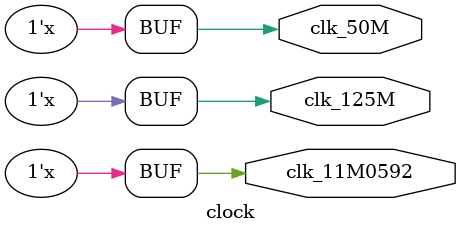
<source format=v>
`timescale 1ps / 1ps

module clock(
    output reg clk_50M,
    output reg clk_11M0592,
    output reg clk_125M
);

    initial begin
        clk_50M = 0;
        clk_11M0592 = 0;
        clk_125M = 0;
    end

    always #(90422/2) clk_11M0592 = ~clk_11M0592;
    always #(20000/2) clk_50M = ~clk_50M;
    always #(8000/2) clk_125M = ~clk_125M;
endmodule

</source>
